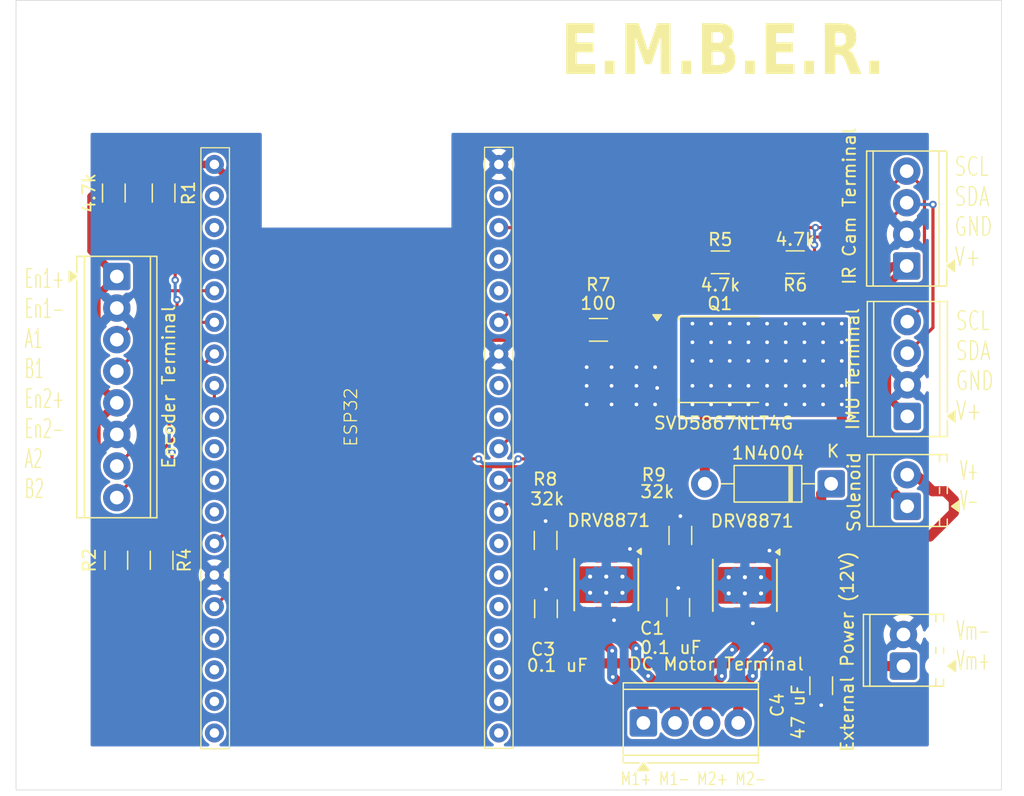
<source format=kicad_pcb>
(kicad_pcb (version 20241229) (generator "pcbnew") (generator_version "9.0")
  (layers (0 "F.Cu" signal) (2 "B.Cu" signal) (13 "F.Paste" user) (15 "B.Paste" user) (5 "F.SilkS" user "F.Silkscreen") (7 "B.SilkS" user "B.Silkscreen") (1 "F.Mask" user) (3 "B.Mask" user) (25 "Edge.Cuts" user))
  (net 0 "")
  (net 1 "+3V3")
  (net 2 "Net-(ESP32-GPIO32{slash}ADC4)")
  (net 6 "GND")
  (net 7 "/Vm")
  (net 14 "Net-(ESP32-GPI35{slash}ADC7)")
  (net 16 "Net-(ESP32-GPIO16{slash}RX2)")
  (net 17 "Net-(ESP32-GPIO21{slash}SDA)")
  (net 24 "Net-(ESP32-GPIO33{slash}ADC5)")
  (net 28 "Net-(ESP32-GPIO13)")
  (net 31 "Net-(ESP32-GPIO17{slash}TX2)")
  (net 32 "Net-(ESP32-GPIO22{slash}SCL)")
  (net 33 "Net-(ESP32-GPI34{slash}ADC6)")
  (net 34 "Net-(ESP32-GPIO12)")
  (net 35 "Net-(ESP32-GPIO5)")
  (net 38 "Net-(J4-Pin_3)")
  (net 39 "Net-(J4-Pin_4)")
  (net 40 "Net-(J4-Pin_2)")
  (net 41 "Net-(J4-Pin_1)")
  (net 42 "Net-(U2-ILIM)")
  (net 43 "Net-(U1-ILIM)")
  (net 44 "/Q_D")
  (net 45 "Net-(Q1-G)")
  (footprint "Resistor_SMD:R_1206_3216Metric_Pad1.30x1.75mm_HandSolder" (layer "F.Cu") (at 45.2 72.53 -90)
    (property "Reference" "R3" (hide yes))
    (property "Value" "~")
    (pad "1" smd roundrect (at -1.55 0 270) (size 1.3 1.75) (layers "F.Cu" "F.Mask" "F.Paste") (roundrect_rratio 0.192308) (net 2 "Net-(ESP32-GPIO32{slash}ADC4)"))
    (pad "2" smd roundrect (at 1.55 0 270) (size 1.3 1.75) (layers "F.Cu" "F.Mask" "F.Paste") (roundrect_rratio 0.192308) (net 1 "+3V3"))
  )
  (footprint "Resistor_SMD:R_1206_3216Metric_Pad1.30x1.75mm_HandSolder" (layer "F.Cu") (at 45 43 90)
    (property "Reference" "R2" (at -29.53 -1.97 270) (layer "F.SilkS"))
    (property "Value" "~")
    (pad "1" smd roundrect (at -1.55 0 90) (size 1.3 1.75) (layers "F.Cu" "F.Mask" "F.Paste") (roundrect_rratio 0.192308) (net 14 "Net-(ESP32-GPI35{slash}ADC7)"))
    (pad "2" smd roundrect (at 1.55 0 90) (size 1.3 1.75) (layers "F.Cu" "F.Mask" "F.Paste") (roundrect_rratio 0.192308) (net 1 "+3V3"))
  )
  (footprint "Capacitor_SMD:C_1206_3216Metric_Pad1.33x1.80mm_HandSolder" (layer "F.Cu") (at 90.36 76.3225 90)
    (property "Reference" "C1" (at -1.6775 -2.1 180) (layer "F.SilkS"))
    (property "Value" "0.1 uF" (at -3.2275 -0.6 180) (layer "F.SilkS"))
    (pad "1" smd roundrect (at -1.5625 0 90) (size 1.325 1.8) (layers "F.Cu" "F.Mask" "F.Paste") (roundrect_rratio 0.188679) (net 7 "/Vm"))
    (pad "2" smd roundrect (at 1.5625 0 90) (size 1.325 1.8) (layers "F.Cu" "F.Mask" "F.Paste") (roundrect_rratio 0.188679) (net 6 "GND"))
  )
  (footprint "Resistor_SMD:R_1206_3216Metric_Pad1.30x1.75mm_HandSolder" (layer "F.Cu") (at 79.7 70.93 -90)
    (property "Reference" "R8" (at -4.92 0.03 180) (layer "F.SilkS"))
    (property "Value" "32k" (at -3.33 -0.13 180) (layer "F.SilkS"))
    (pad "1" smd roundrect (at -1.55 0 270) (size 1.3 1.75) (layers "F.Cu" "F.Mask" "F.Paste") (roundrect_rratio 0.192308) (net 6 "GND"))
    (pad "2" smd roundrect (at 1.55 0 270) (size 1.3 1.75) (layers "F.Cu" "F.Mask" "F.Paste") (roundrect_rratio 0.192308) (net 43 "Net-(U1-ILIM)"))
  )
  (footprint "TerminalBlock_Phoenix:TerminalBlock_Phoenix_MPT-0,5-4-2.54_1x04_P2.54mm_Horizontal" (layer "F.Cu") (at 108.72 48.86 90)
    (property "Reference" "J2")
    (property "Value" "IR Cam Terminal" (at 4.8 -4.61 90) (layer "F.SilkS"))
    (pad "1" thru_hole roundrect (at 0 0 90) (size 2.2 2.2) (drill 1.1) (layers "*.Cu" "*.Mask") (roundrect_rratio 0.113636) (net 1 "+3V3"))
    (pad "2" thru_hole circle (at 2.54 0 90) (size 2.2 2.2) (drill 1.1) (layers "*.Cu" "*.Mask") (net 6 "GND"))
    (pad "3" thru_hole circle (at 5.08 0 90) (size 2.2 2.2) (drill 1.1) (layers "*.Cu" "*.Mask") (net 17 "Net-(ESP32-GPIO21{slash}SDA)"))
    (pad "4" thru_hole circle (at 7.62 0 90) (size 2.2 2.2) (drill 1.1) (layers "*.Cu" "*.Mask") (net 32 "Net-(ESP32-GPIO22{slash}SCL)"))
  )
  (footprint "Capacitor_SMD:C_1206_3216Metric_Pad1.33x1.80mm_HandSolder" (layer "F.Cu") (at 79.73 76.43 90)
    (property "Reference" "C3" (at -3.27 -0.23 180) (layer "F.SilkS"))
    (property "Value" "0.1 uF" (at -4.56 0.91 180) (layer "F.SilkS"))
    (pad "1" smd roundrect (at -1.5625 0 90) (size 1.325 1.8) (layers "F.Cu" "F.Mask" "F.Paste") (roundrect_rratio 0.188679) (net 7 "/Vm"))
    (pad "2" smd roundrect (at 1.5625 0 90) (size 1.325 1.8) (layers "F.Cu" "F.Mask" "F.Paste") (roundrect_rratio 0.188679) (net 6 "GND"))
  )
  (footprint "Resistor_SMD:R_1206_3216Metric_Pad1.30x1.75mm_HandSolder" (layer "F.Cu") (at 48.84 72.53 -90)
    (property "Reference" "R4" (at 0 -1.83 90) (layer "F.SilkS"))
    (property "Value" "4.7k")
    (pad "1" smd roundrect (at -1.55 0 270) (size 1.3 1.75) (layers "F.Cu" "F.Mask" "F.Paste") (roundrect_rratio 0.192308) (net 24 "Net-(ESP32-GPIO33{slash}ADC5)"))
    (pad "2" smd roundrect (at 1.55 0 270) (size 1.3 1.75) (layers "F.Cu" "F.Mask" "F.Paste") (roundrect_rratio 0.192308) (net 1 "+3V3"))
  )
  (footprint "MountingHole:MountingHole_2.7mm_M2.5" (layer "F.Cu") (at 41 87)
    (property "Reference" "H3" (hide yes))
    (property "Value" "MountingHole")
    (pad "" np_thru_hole circle (at 0 0) (size 2.7 2.7) (drill 2.7) (layers "*.Cu" "*.Mask"))
  )
  (footprint "Resistor_SMD:R_1206_3216Metric_Pad1.30x1.75mm_HandSolder" (layer "F.Cu") (at 90.53 70.5325 -90)
    (property "Reference" "R9" (at -4.8725 2.13 180) (layer "F.SilkS"))
    (property "Value" "32k" (at -3.5125 1.86 180) (layer "F.SilkS"))
    (pad "1" smd roundrect (at -1.55 0 270) (size 1.3 1.75) (layers "F.Cu" "F.Mask" "F.Paste") (roundrect_rratio 0.192308) (net 6 "GND"))
    (pad "2" smd roundrect (at 1.55 0 270) (size 1.3 1.75) (layers "F.Cu" "F.Mask" "F.Paste") (roundrect_rratio 0.192308) (net 42 "Net-(U2-ILIM)"))
  )
  (footprint "ME507F24:ESP32_NodeMCU_KeeYees" (layer "F.Cu") (at 64.51 61.018283)
    (property "Reference" "ESP32" (at -0.46 0 90) (layer "F.SilkS") (effects (font (thickness 0.1))))
    (property "Value" "~")
    (pad "1" thru_hole circle (at -11.43 -20.32) (size 1.524 1.524) (drill 0.762) (layers "*.Cu" "*.Mask") (net 1 "+3V3"))
    (pad "2" thru_hole circle (at -11.43 -17.78) (size 1.524 1.524) (drill 0.762) (layers "*.Cu" "*.Mask"))
    (pad "3" thru_hole circle (at -11.43 -15.24) (size 1.524 1.524) (drill 0.762) (layers "*.Cu" "*.Mask"))
    (pad "4" thru_hole circle (at -11.43 -12.7) (size 1.524 1.524) (drill 0.762) (layers "*.Cu" "*.Mask"))
    (pad "5" thru_hole circle (at -11.43 -10.16) (size 1.524 1.524) (drill 0.762) (layers "*.Cu" "*.Mask") (net 33 "Net-(ESP32-GPI34{slash}ADC6)"))
    (pad "6" thru_hole circle (at -11.43 -7.62) (size 1.524 1.524) (drill 0.762) (layers "*.Cu" "*.Mask") (net 14 "Net-(ESP32-GPI35{slash}ADC7)"))
    (pad "7" thru_hole circle (at -11.43 -5.08) (size 1.524 1.524) (drill 0.762) (layers "*.Cu" "*.Mask") (net 2 "Net-(ESP32-GPIO32{slash}ADC4)"))
    (pad "8" thru_hole circle (at -11.43 -2.54) (size 1.524 1.524) (drill 0.762) (layers "*.Cu" "*.Mask") (net 24 "Net-(ESP32-GPIO33{slash}ADC5)"))
    (pad "9" thru_hole circle (at -11.43 0) (size 1.524 1.524) (drill 0.762) (layers "*.Cu" "*.Mask"))
    (pad "10" thru_hole circle (at -11.43 2.54) (size 1.524 1.524) (drill 0.762) (layers "*.Cu" "*.Mask"))
    (pad "11" thru_hole circle (at -11.43 5.08) (size 1.524 1.524) (drill 0.762) (layers "*.Cu" "*.Mask"))
    (pad "12" thru_hole circle (at -11.43 7.62) (size 1.524 1.524) (drill 0.762) (layers "*.Cu" "*.Mask"))
    (pad "13" thru_hole circle (at -11.43 10.16) (size 1.524 1.524) (drill 0.762) (layers "*.Cu" "*.Mask") (net 34 "Net-(ESP32-GPIO12)"))
    (pad "14" thru_hole circle (at -11.43 12.7) (size 1.524 1.524) (drill 0.762) (layers "*.Cu" "*.Mask") (net 6 "GND"))
    (pad "15" thru_hole circle (at -11.43 15.24) (size 1.524 1.524) (drill 0.762) (layers "*.Cu" "*.Mask") (net 28 "Net-(ESP32-GPIO13)"))
    (pad "16" thru_hole circle (at -11.43 17.78) (size 1.524 1.524) (drill 0.762) (layers "*.Cu" "*.Mask"))
    (pad "17" thru_hole circle (at -11.43 20.32) (size 1.524 1.524) (drill 0.762) (layers "*.Cu" "*.Mask"))
    (pad "18" thru_hole circle (at -11.43 22.86) (size 1.524 1.524) (drill 0.762) (layers "*.Cu" "*.Mask"))
    (pad "19" thru_hole circle (at -11.43 25.4) (size 1.524 1.524) (drill 0.762) (layers "*.Cu" "*.Mask"))
    (pad "20" thru_hole circle (at 11.43 25.4) (size 1.524 1.524) (drill 0.762) (layers "*.Cu" "*.Mask"))
    (pad "21" thru_hole circle (at 11.43 22.86) (size 1.524 1.524) (drill 0.762) (layers "*.Cu" "*.Mask"))
    (pad "22" thru_hole circle (at 11.43 20.32) (size 1.524 1.524) (drill 0.762) (layers "*.Cu" "*.Mask"))
    (pad "23" thru_hole circle (at 11.43 17.78) (size 1.524 1.524) (drill 0.762) (layers "*.Cu" "*.Mask"))
    (pad "24" thru_hole circle (at 11.43 15.24) (size 1.524 1.524) (drill 0.762) (layers "*.Cu" "*.Mask"))
    (pad "25" thru_hole circle (at 11.43 12.7) (size 1.524 1.524) (drill 0.762) (layers "*.Cu" "*.Mask"))
    (pad "26" thru_hole circle (at 11.43 10.16) (size 1.524 1.524) (drill 0.762) (layers "*.Cu" "*.Mask"))
    (pad "27" thru_hole circle (at 11.43 7.62) (size 1.524 1.524) (drill 0.762) (layers "*.Cu" "*.Mask") (net 16 "Net-(ESP32-GPIO16{slash}RX2)"))
    (pad "28" thru_hole circle (at 11.43 5.08) (size 1.524 1.524) (drill 0.762) (layers "*.Cu" "*.Mask") (net 31 "Net-(ESP32-GPIO17{slash}TX2)"))
    (pad "29" thru_hole circle (at 11.43 2.54) (size 1.524 1.524) (drill 0.762) (layers "*.Cu" "*.Mask") (net 35 "Net-(ESP32-GPIO5)"))
    (pad "30" thru_hole circle (at 11.43 0) (size 1.524 1.524) (drill 0.762) (layers "*.Cu" "*.Mask"))
    (pad "31" thru_hole circle (at 11.43 -2.54) (size 1.524 1.524) (drill 0.762) (layers "*.Cu" "*.Mask"))
    (pad "32" thru_hole circle (at 11.43 -5.08) (size 1.524 1.524) (drill 0.762) (layers "*.Cu" "*.Mask") (net 6 "GND"))
    (pad "33" thru_hole circle (at 11.43 -7.62) (size 1.524 1.524) (drill 0.762) (layers "*.Cu" "*.Mask") (net 17 "Net-(ESP32-GPIO21{slash}SDA)"))
    (pad "34" thru_hole circle (at 11.43 -10.16) (size 1.524 1.524) (drill 0.762) (layers "*.Cu" "*.Mask"))
    (pad "35" thru_hole circle (at 11.43 -12.7) (size 1.524 1.524) (drill 0.762) (layers "*.Cu" "*.Mask"))
    (pad "36" thru_hole circle (at 11.43 -15.24) (size 1.524 1.524) (drill 0.762) (layers "*.Cu" "*.Mask") (net 32 "Net-(ESP32-GPIO22{slash}SCL)"))
    (pad "37" thru_hole circle (at 11.43 -17.78) (size 1.524 1.524) (drill 0.762) (layers "*.Cu" "*.Mask"))
    (pad "38" thru_hole circle (at 11.43 -20.32) (size 1.524 1.524) (drill 0.762) (layers "*.Cu" "*.Mask") (net 6 "GND"))
  )
  (footprint "MountingHole:MountingHole_2.7mm_M2.5" (layer "F.Cu") (at 113 31)
    (property "Reference" "H2" (hide yes))
    (property "Value" "MountingHole")
    (pad "" np_thru_hole circle (at 0 0) (size 2.7 2.7) (drill 2.7) (layers "*.Cu" "*.Mask"))
  )
  (footprint "Package_SO:Texas_HTSOP-8-1EP_3.9x4.9mm_P1.27mm_EP2.95x4.9mm_Mask2.4x3.1mm_ThermalVias" (layer "F.Cu") (at 95.715 74.545 -90)
    (property "Reference" "U2")
    (property "Value" "DRV8871" (at -5.165 -0.585 180) (layer "F.SilkS"))
    (pad "1" smd rect (at -2.875 -1.905 270) (size 2.2 0.5) (layers "F.Cu" "F.Mask" "F.Paste") (net 6 "GND"))
    (pad "2" smd rect (at -2.875 -0.635 270) (size 2.2 0.5) (layers "F.Cu" "F.Mask" "F.Paste") (net 34 "Net-(ESP32-GPIO12)"))
    (pad "3" smd rect (at -2.875 0.635 270) (size 2.2 0.5) (layers "F.Cu" "F.Mask" "F.Paste") (net 28 "Net-(ESP32-GPIO13)"))
    (pad "4" smd rect (at -2.875 1.905 270) (size 2.2 0.5) (layers "F.Cu" "F.Mask" "F.Paste") (net 42 "Net-(U2-ILIM)"))
    (pad "5" smd rect (at 2.875 1.905 270) (size 2.2 0.5) (layers "F.Cu" "F.Mask" "F.Paste") (net 7 "/Vm"))
    (pad "6" smd rect (at 2.875 0.635 270) (size 2.2 0.5) (layers "F.Cu" "F.Mask" "F.Paste") (net 38 "Net-(J4-Pin_3)"))
    (pad "7" smd rect (at 2.875 -0.635 270) (size 2.2 0.5) (layers "F.Cu" "F.Mask" "F.Paste") (net 6 "GND"))
    (pad "8" smd rect (at 2.875 -1.905 270) (size 2.2 0.5) (layers "F.Cu" "F.Mask" "F.Paste") (net 39 "Net-(J4-Pin_4)"))
    (pad "9" thru_hole circle (at -0.65 -1.3 270) (size 0.63 0.63) (drill 0.33) (layers "*.Cu" "*.Mask") (net 6 "GND"))
    (pad "9" thru_hole circle (at -0.65 0 270) (size 0.63 0.63) (drill 0.33) (layers "*.Cu" "*.Mask") (net 6 "GND"))
    (pad "9" thru_hole circle (at -0.65 1.3 270) (size 0.63 0.63) (drill 0.33) (layers "*.Cu" "*.Mask") (net 6 "GND"))
    (pad "9" smd rect (at 0 0 270) (size 2.6 3.3) (layers "B.Cu") (net 6 "GND"))
    (pad "9" smd rect (at 0 0 270) (size 2.95 4.9) (layers "F.Cu") (net 6 "GND"))
    (pad "9" thru_hole circle (at 0.65 -1.3 270) (size 0.63 0.63) (drill 0.33) (layers "*.Cu" "*.Mask") (net 6 "GND"))
    (pad "9" thru_hole circle (at 0.65 0 270) (size 0.63 0.63) (drill 0.33) (layers "*.Cu" "*.Mask") (net 6 "GND"))
    (pad "9" thru_hole circle (at 0.65 1.3 270) (size 0.63 0.63) (drill 0.33) (layers "*.Cu" "*.Mask") (net 6 "GND"))
  )
  (footprint "Capacitor_SMD:C_1206_3216Metric_Pad1.33x1.80mm_HandSolder" (layer "F.Cu") (at 101.85 82.62 -90)
    (property "Reference" "C4" (at 1.55 3.53 90) (layer "F.SilkS"))
    (property "Value" "47 uF" (at 2.12 1.85 90) (layer "F.SilkS"))
    (pad "1" smd roundrect (at -1.5625 0 270) (size 1.325 1.8) (layers "F.Cu" "F.Mask" "F.Paste") (roundrect_rratio 0.188679) (net 7 "/Vm"))
    (pad "2" smd roundrect (at 1.5625 0 270) (size 1.325 1.8) (layers "F.Cu" "F.Mask" "F.Paste") (roundrect_rratio 0.188679) (net 6 "GND"))
  )
  (footprint "TerminalBlock_Phoenix:TerminalBlock_Phoenix_MPT-0,5-4-2.54_1x04_P2.54mm_Horizontal" (layer "F.Cu") (at 87.56 85.61)
    (property "Reference" "J4")
    (property "Value" "DC Motor Terminal" (at 5.87 -4.73 0) (layer "F.SilkS"))
    (pad "1" thru_hole roundrect (at 0 0) (size 2.2 2.2) (drill 1.1) (layers "*.Cu" "*.Mask") (roundrect_rratio 0.113636) (net 41 "Net-(J4-Pin_1)"))
    (pad "2" thru_hole circle (at 2.54 0) (size 2.2 2.2) (drill 1.1) (layers "*.Cu" "*.Mask") (net 40 "Net-(J4-Pin_2)"))
    (pad "3" thru_hole circle (at 5.08 0) (size 2.2 2.2) (drill 1.1) (layers "*.Cu" "*.Mask") (net 38 "Net-(J4-Pin_3)"))
    (pad "4" thru_hole circle (at 7.62 0) (size 2.2 2.2) (drill 1.1) (layers "*.Cu" "*.Mask") (net 39 "Net-(J4-Pin_4)"))
  )
  (footprint "Resistor_SMD:R_1206_3216Metric_Pad1.30x1.75mm_HandSolder" (layer "F.Cu") (at 99.76 48.56 180)
    (property "Reference" "R6" (at 0 -1.83 0) (layer "F.SilkS"))
    (property "Value" "4.7k" (at 0 1.83 0) (layer "F.SilkS"))
    (pad "1" smd roundrect (at -1.55 0 180) (size 1.3 1.75) (layers "F.Cu" "F.Mask" "F.Paste") (roundrect_rratio 0.192308) (net 32 "Net-(ESP32-GPIO22{slash}SCL)"))
    (pad "2" smd roundrect (at 1.55 0 180) (size 1.3 1.75) (layers "F.Cu" "F.Mask" "F.Paste") (roundrect_rratio 0.192308) (net 1 "+3V3"))
  )
  (footprint "TerminalBlock_Phoenix:TerminalBlock_Phoenix_MPT-0,5-2-2.54_1x02_P2.54mm_Horizontal" (layer "F.Cu") (at 108.76 68.19 90)
    (property "Reference" "J1")
    (property "Value" "Solenoid" (at 1.14 -4.28 90) (layer "F.SilkS"))
    (pad "" np_thru_hole circle (at 0 2.54 90) (size 1.1 1.1) (drill 1.1) (layers "*.Cu" "*.Mask"))
    (pad "" np_thru_hole circle (at 2.54 2.54 90) (size 1.1 1.1) (drill 1.1) (layers "*.Cu" "*.Mask"))
    (pad "1" thru_hole roundrect (at 0 0 90) (size 2.2 2.2) (drill 1.1) (layers "*.Cu" "*.Mask") (roundrect_rratio 0.113636) (net 44 "/Q_D"))
    (pad "2" thru_hole circle (at 2.54 0 90) (size 2.2 2.2) (drill 1.1) (layers "*.Cu" "*.Mask") (net 7 "/Vm"))
  )
  (footprint "Package_TO_SOT_SMD:TO-252-2" (layer "F.Cu") (at 93.705 56.395)
    (property "Reference" "Q1" (at 0 -4.5 0) (layer "F.SilkS"))
    (property "Value" "SVD5867NLT4G" (at 0.295 5.105 0) (layer "F.SilkS"))
    (pad "1" smd roundrect (at -5.04 -2.28) (size 2.2 1.2) (layers "F.Cu" "F.Mask" "F.Paste") (roundrect_rratio 0.208333) (net 45 "Net-(Q1-G)"))
    (pad "2" smd roundrect (at 1.26 0) (size 6.4 5.8) (layers "F.Cu" "F.Mask") (roundrect_rratio 0.043103) (net 44 "/Q_D"))
    (pad "3" smd roundrect (at -5.04 2.28) (size 2.2 1.2) (layers "F.Cu" "F.Mask" "F.Paste") (roundrect_rratio 0.208333) (net 6 "GND"))
  )
  (footprint "MountingHole:MountingHole_2.7mm_M2.5" (layer "F.Cu") (at 113 87)
    (property "Reference" "H4")
    (property "Value" "MountingHole")
    (pad "" np_thru_hole circle (at 0 0) (size 2.7 2.7) (drill 2.7) (layers "*.Cu" "*.Mask"))
  )
  (footprint "Resistor_SMD:R_1206_3216Metric_Pad1.30x1.75mm_HandSolder" (layer "F.Cu") (at 83.95 54)
    (property "Reference" "R7" (at -0.02 -3.63 0) (layer "F.SilkS"))
    (property "Value" "100" (at -0.02 -2.13 0) (layer "F.SilkS"))
    (pad "1" smd roundrect (at -1.55 0) (size 1.3 1.75) (layers "F.Cu" "F.Mask" "F.Paste") (roundrect_rratio 0.192308) (net 35 "Net-(ESP32-GPIO5)"))
    (pad "2" smd roundrect (at 1.55 0) (size 1.3 1.75) (layers "F.Cu" "F.Mask" "F.Paste") (roundrect_rratio 0.192308) (net 45 "Net-(Q1-G)"))
  )
  (footprint "Resistor_SMD:R_1206_3216Metric_Pad1.30x1.75mm_HandSolder" (layer "F.Cu") (at 49 43 90)
    (property "Reference" "R1" (at 0 2 90) (layer "F.SilkS"))
    (property "Value" "~")
    (pad "1" smd roundrect (at -1.55 0 90) (size 1.3 1.75) (layers "F.Cu" "F.Mask" "F.Paste") (roundrect_rratio 0.192308) (net 33 "Net-(ESP32-GPI34{slash}ADC6)"))
    (pad "2" smd roundrect (at 1.55 0 90) (size 1.3 1.75) (layers "F.Cu" "F.Mask" "F.Paste") (roundrect_rratio 0.192308) (net 1 "+3V3"))
  )
  (footprint "Diode_THT:D_DO-41_SOD81_P10.16mm_Horizontal" (layer "F.Cu") (at 102.65 66.38 180)
    (property "Reference" "D1")
    (property "Value" "1N4004" (at 5.08 2.47 0) (layer "F.SilkS"))
    (fp_text user "K" (at -0.15 2.62 0) (layer "F.SilkS"))
    (pad "1" thru_hole roundrect (at 0 0 180) (size 2.2 2.2) (drill 1.1) (layers "*.Cu" "*.Mask") (roundrect_rratio 0.113636) (net 7 "/Vm"))
    (pad "2" thru_hole circle (at 10.16 0 180) (size 2.2 2.2) (drill 1.1) (layers "*.Cu" "*.Mask") (net 44 "/Q_D"))
  )
  (footprint "MountingHole:MountingHole_2.7mm_M2.5" (layer "F.Cu") (at 41 31)
    (property "Reference" "H1" (hide yes))
    (property "Value" "MountingHole")
    (pad "" np_thru_hole circle (at 0 0) (size 2.7 2.7) (drill 2.7) (layers "*.Cu" "*.Mask"))
  )
  (footprint "TerminalBlock_Phoenix:TerminalBlock_Phoenix_MPT-0,5-2-2.54_1x02_P2.54mm_Horizontal" (layer "F.Cu") (at 108.46 81.04 90)
    (property "Reference" "J3")
    (property "Value" "External Power (12V)" (at 1.16 -4.51 90) (layer "F.SilkS"))
    (pad "" np_thru_hole circle (at 0 2.54 90) (size 1.1 1.1) (drill 1.1) (layers "*.Cu" "*.Mask"))
    (pad "" np_thru_hole circle (at 2.54 2.54 90) (size 1.1 1.1) (drill 1.1) (layers "*.Cu" "*.Mask"))
    (pad "1" thru_hole roundrect (at 0 0 90) (size 2.2 2.2) (drill 1.1) (layers "*.Cu" "*.Mask") (roundrect_rratio 0.113636) (net 7 "/Vm"))
    (pad "2" thru_hole circle (at 2.54 0 90) (size 2.2 2.2) (drill 1.1) (layers "*.Cu" "*.Mask") (net 6 "GND"))
  )
  (footprint "Resistor_SMD:R_1206_3216Metric_Pad1.30x1.75mm_HandSolder" (layer "F.Cu") (at 93.74 48.57)
    (property "Reference" "R5" (at 0 -1.83 0) (layer "F.SilkS"))
    (property "Value" "4.7k" (at 0 1.83 0) (layer "F.SilkS"))
    (pad "1" smd roundrect (at -1.55 0) (size 1.3 1.75) (layers "F.Cu" "F.Mask" "F.Paste") (roundrect_rratio 0.192308) (net 17 "Net-(ESP32-GPIO21{slash}SDA)"))
    (pad "2" smd roundrect (at 1.55 0) (size 1.3 1.75) (layers "F.Cu" "F.Mask" "F.Paste") (roundrect_rratio 0.192308) (net 1 "+3V3"))
  )
  (footprint "Package_SO:Texas_HTSOP-8-1EP_3.9x4.9mm_P1.27mm_EP2.95x4.9mm_Mask2.4x3.1mm_ThermalVias" (layer "F.Cu") (at 84.575 74.495 -90)
    (property "Reference" "U1")
    (property "Value" "DRV8871" (at -5.165 -0.195 180) (layer "F.SilkS"))
    (pad "1" smd rect (at -2.875 -1.905 270) (size 2.2 0.5) (layers "F.Cu" "F.Mask" "F.Paste") (net 6 "GND"))
    (pad "2" smd rect (at -2.875 -0.635 270) (size 2.2 0.5) (layers "F.Cu" "F.Mask" "F.Paste") (net 31 "Net-(ESP32-GPIO17{slash}TX2)"))
    (pad "3" smd rect (at -2.875 0.635 270) (size 2.2 0.5) (layers "F.Cu" "F.Mask" "F.Paste") (net 16 "Net-(ESP32-GPIO16{slash}RX2)"))
    (pad "4" smd rect (at -2.875 1.905 270) (size 2.2 0.5) (layers "F.Cu" "F.Mask" "F.Paste") (net 43 "Net-(U1-ILIM)"))
    (pad "5" smd rect (at 2.875 1.905 270) (size 2.2 0.5) (layers "F.Cu" "F.Mask" "F.Paste") (net 7 "/Vm"))
    (pad "6" smd rect (at 2.875 0.635 270) (size 2.2 0.5) (layers "F.Cu" "F.Mask" "F.Paste") (net 41 "Net-(J4-Pin_1)"))
    (pad "7" smd rect (at 2.875 -0.635 270) (size 2.2 0.5) (layers "F.Cu" "F.Mask" "F.Paste") (net 6 "GND"))
    (pad "8" smd rect (at 2.875 -1.905 270) (size 2.2 0.5) (layers "F.Cu" "F.Mask" "F.Paste") (net 40 "Net-(J4-Pin_2)"))
    (pad "9" thru_hole circle (at -0.65 -1.3 270) (size 0.63 0.63) (drill 0.33) (layers "*.Cu" "*.Mask") (net 6 "GND"))
    (pad "9" thru_hole circle (at -0.65 0 270) (size 0.63 0.63) (drill 0.33) (layers "*.Cu" "*.Mask") (net 6 "GND"))
    (pad "9" thru_hole circle (at -0.65 1.3 270) (size 0.63 0.63) (drill 0.33) (layers "*.Cu" "*.Mask") (net 6 "GND"))
    (pad "9" smd rect (at 0 0 270) (size 2.6 3.3) (layers "B.Cu") (net 6 "GND"))
    (pad "9" smd rect (at 0 0 270) (size 2.95 4.9) (layers "F.Cu") (net 6 "GND"))
    (pad "9" thru_hole circle (at 0.65 -1.3 270) (size 0.63 0.63) (drill 0.33) (layers "*.Cu" "*.Mask") (net 6 "GND"))
    (pad "9" thru_hole circle (at 0.65 0 270) (size 0.63 0.63) (drill 0.33) (layers "*.Cu" "*.Mask") (net 6 "GND"))
    (pad "9" thru_hole circle (at 0.65 1.3 270) (size 0.63 0.63) (drill 0.33) (layers "*.Cu" "*.Mask") (net 6 "GND"))
  )
  (footprint "TerminalBlock_Phoenix:TerminalBlock_Phoenix_MPT-0,5-4-2.54_1x04_P2.54mm_Horizontal" (layer "F.Cu") (at 108.77 60.96 90)
    (property "Reference" "J6")
    (property "Value" "IMU Terminal" (at 3.81 -4.38 90) (layer "F.SilkS"))
    (pad "1" thru_hole roundrect (at 0 0 90) (size 2.2 2.2) (drill 1.1) (layers "*.Cu" "*.Mask") (roundrect_rratio 0.113636) (net 1 "+3V3"))
    (pad "2" thru_hole circle (at 2.54 0 90) (size 2.2 2.2) (drill 1.1) (layers "*.Cu" "*.Mask") (net 6 "GND"))
    (pad "3" thru_hole circle (at 5.08 0 90) (size 2.2 2.2) (drill 1.1) (layers "*.Cu" "*.Mask") (net 17 "Net-(ESP32-GPIO21{slash}SDA)"))
    (pad "4" thru_hole circle (at 7.62 0 90) (size 2.2 2.2) (drill 1.1) (layers "*.Cu" "*.Mask") (net 32 "Net-(ESP32-GPIO22{slash}SCL)"))
  )
  (footprint "TerminalBlock_Phoenix:TerminalBlock_Phoenix_MPT-0,5-8-2.54_1x08_P2.54mm_Horizontal" (layer "F.Cu") (at 45.24 49.71 -90)
    (property "Reference" "J5")
    (property "Value" "Encoder Terminal" (at 8.89 -4.17 90) (layer "F.SilkS"))
    (pad "1" thru_hole roundrect (at 0 0 270) (size 2.2 2.2) (drill 1.1) (layers "*.Cu" "*.Mask") (roundrect_rratio 0.113636) (net 1 "+3V3"))
    (pad "2" thru_hole circle (at 2.54 0 270) (size 2.2 2.2) (drill 1.1) (layers "*.Cu" "*.Mask") (net 6 "GND"))
    (pad "3" thru_hole circle (at 5.08 0 270) (size 2.2 2.2) (drill 1.1) (layers "*.Cu" "*.Mask") (net 33 "Net-(ESP32-GPI34{slash}ADC6)"))
    (pad "4" thru_hole circle (at 7.62 0 270) (size 2.2 2.2) (drill 1.1) (layers "*.Cu" "*.Mask") (net 14 "Net-(ESP32-GPI35{slash}ADC7)"))
    (pad "5" thru_hole circle (at 10.16 0 270) (size 2.2 2.2) (drill 1.1) (layers "*.Cu" "*.Mask") (net 1 "+3V3"))
    (pad "6" thru_hole circle (at 12.7 0 270) (size 2.2 2.2) (drill 1.1) (layers "*.Cu" "*.Mask") (net 6 "GND"))
    (pad "7" thru_hole circle (at 15.24 0 270) (size 2.2 2.2) (drill 1.1) (layers "*.Cu" "*.Mask") (net 2 "Net-(ESP32-GPIO32{slash}ADC4)"))
    (pad "8" thru_hole circle (at 17.78 0 270) (size 2.2 2.2) (drill 1.1) (layers "*.Cu" "*.Mask") (net 24 "Net-(ESP32-GPIO33{slash}ADC5)"))
  )
  (gr_rect (start 37.14 27.5) (end 116.34 91) (stroke (width 0.05)) (fill no) (layer "Edge.Cuts"))
  (gr_text "E.M.B.E.R." (at 80.94 34.1 0) (layer "F.SilkS") (effects (font (size 4 3.2) (thickness 0.1)) (justify left bottom)))
  (gr_text "4.7k" (at 43 43 90) (layer "F.SilkS") (effects (font (size 1 1))))
  (gr_text "Vm-\nVm+\n" (at 112.64 81.48 0) (layer "F.SilkS") (effects (font (size 1.5 0.8) (thickness 0.1)) (justify left bottom)))
  (gr_text "SCL\nSDA\nGND\nV+" (at 112.6 61.4 0) (layer "F.SilkS") (effects (font (size 1.5 1) (thickness 0.1)) (justify left bottom)))
  (gr_text "M1+ M1- M2+ M2-" (at 85.66 90.69 0) (layer "F.SilkS") (effects (font (size 1 0.75) (thickness 0.1)) (justify left bottom)))
  (gr_text "V+\nV-\n" (at 112.94 68.63 0) (layer "F.SilkS") (effects (font (size 1.5 0.7) (thickness 0.1)) (justify left bottom)))
  (gr_text "En1+\nEn1-\nA1\nB1\nEn2+\nEn2-\nA2\nB2" (at 37.76 67.67 0) (layer "F.SilkS") (effects (font (size 1.5 0.8) (thickness 0.1)) (justify left bottom)))
  (gr_text "SCL\nSDA\nGND\nV+" (at 112.5 49 0) (layer "F.SilkS") (effects (font (size 1.5 1) (thickness 0.1)) (justify left bottom)))
  (segment (start 78.333917 54.666083) (end 81.24 51.76) (width 0.6096) (layer "F.Cu") (net 1))
  (segment (start 43.6342 72.5142) (end 45.2 74.08) (width 0.6096) (layer "F.Cu") (net 1))
  (segment (start 97.2 49.57) (end 96.98 49.57) (width 0.6096) (layer "F.Cu") (net 1))
  (segment (start 48.84 74.08) (end 45.2 74.08) (width 0.6096) (layer "F.Cu") (net 1))
  (segment (start 43.6342 61.4758) (end 43.6342 72.5142) (width 0.6096) (layer "F.Cu") (net 1))
  (segment (start 97.2 49.57) (end 98.21 48.56) (width 0.6096) (layer "F.Cu") (net 1))
  (segment (start 104.69 51.76) (end 107.59 48.86) (width 0.6096) (layer "F.Cu") (net 1))
  (segment (start 97.2 51.76) (end 97.2 49.57) (width 0.6096) (layer "F.Cu") (net 1))
  (segment (start 43.6342 58.2642) (end 45.24 59.87) (width 0.6096) (layer "F.Cu") (net 1))
  (segment (start 55.5 43.118283) (end 55.5 45.160376) (width 0.6096) (layer "F.Cu") (net 1))
  (segment (start 107.59 48.86) (end 108.72 48.86) (width 0.6096) (layer "F.Cu") (net 1))
  (segment (start 81.24 51.76) (end 97.2 51.76) (width 0.6096) (layer "F.Cu") (net 1))
  (segment (start 107.1642 50.4158) (end 107.1642 59.3542) (width 0.6096) (layer "F.Cu") (net 1))
  (segment (start 53.08 40.698283) (end 49.751717 40.698283) (width 0.6096) (layer "F.Cu") (net 1))
  (segment (start 53.08 40.698283) (end 55.5 43.118283) (width 0.6096) (layer "F.Cu") (net 1))
  (segment (start 45.24 59.87) (end 43.6342 61.4758) (width 0.6096) (layer "F.Cu") (net 1))
  (segment (start 95.98 48.57) (end 95.29 48.57) (width 0.6096) (layer "F.Cu") (net 1))
  (segment (start 55.5 45.160376) (end 65.005707 54.666083) (width 0.6096) (layer "F.Cu") (net 1))
  (segment (start 96.98 49.57) (end 95.98 48.57) (width 0.6096) (layer "F.Cu") (net 1))
  (segment (start 65.005707 54.666083) (end 78.333917 54.666083) (width 0.6096) (layer "F.Cu") (net 1))
  (segment (start 97.2 51.76) (end 104.69 51.76) (width 0.6096) (layer "F.Cu") (net 1))
  (segment (start 49 41.45) (end 45 41.45) (width 0.6096) (layer "F.Cu") (net 1))
  (segment (start 43.17 43.28) (end 43.17 47.64) (width 0.6096) (layer "F.Cu") (net 1))
  (segment (start 49.751717 40.698283) (end 49 41.45) (width 0.6096) (layer "F.Cu") (net 1))
  (segment (start 45 41.45) (end 43.17 43.28) (width 0.6096) (layer "F.Cu") (net 1))
  (segment (start 43.17 47.64) (end 45.24 49.71) (width 0.6096) (layer "F.Cu") (net 1))
  (segment (start 45.24 49.71) (end 43.6342 51.3158) (width 0.6096) (layer "F.Cu") (net 1))
  (segment (start 43.6342 51.3158) (end 43.6342 58.2642) (width 0.6096) (layer "F.Cu") (net 1))
  (segment (start 107.1642 59.3542) (end 108.77 60.96) (width 0.6096) (layer "F.Cu") (net 1))
  (segment (start 108.72 48.86) (end 107.1642 50.4158) (width 0.6096) (layer "F.Cu") (net 1))
  (segment (start 51.88 57.138283) (end 53.08 55.938283) (width 0.254) (layer "F.Cu") (net 2))
  (segment (start 45.24 64.95) (end 49.45 60.74) (width 0.254) (layer "F.Cu") (net 2))
  (segment (start 49.45 60.74) (end 49.45 62.09) (width 0.254) (layer "F.Cu") (net 2))
  (segment (start 51.88 58.31) (end 51.88 57.138283) (width 0.254) (layer "F.Cu") (net 2))
  (segment (start 49.675129 66.504871) (end 49.675129 63.85) (width 0.254) (layer "F.Cu") (net 2))
  (segment (start 45.2 70.98) (end 49.675129 66.504871) (width 0.254) (layer "F.Cu") (net 2))
  (segment (start 49.45 60.74) (end 51.88 58.31) (width 0.254) (layer "F.Cu") (net 2))
  (via (at 49.675129 63.85) (size 0.6) (drill 0.3) (layers "F.Cu" "B.Cu") (net 2))
  (via (at 49.45 62.09) (size 0.6) (drill 0.3) (layers "F.Cu" "B.Cu") (net 2))
  (segment (start 49.45 63.624871) (end 49.675129 63.85) (width 0.254) (layer "B.Cu") (net 2))
  (segment (start 49.45 62.09) (end 49.45 63.624871) (width 0.254) (layer "B.Cu") (net 2))
  (via (at 83 60) (size 0.6) (drill 0.3) (layers "F.Cu" "B.Cu") (net 6))
  (via (at 88.5 57) (size 0.6) (drill 0.3) (layers "F.Cu" "B.Cu") (net 6))
  (via (at 79.73 74.8675) (size 0.6) (drill 0.3) (layers "F.Cu" "B.Cu") (net 6))
  (via (at 85 57) (size 0.6) (drill 0.3) (layers "F.Cu" "B.Cu") (net 6))
  (via (at 87 60) (size 0.6) (drill 0.3) (layers "F.Cu" "B.Cu") (net 6))
  (via (at 85 58.5) (size 0.6) (drill 0.3) (layers "F.Cu" "B.Cu") (net 6))
  (via (at 83 57) (size 0.6) (drill 0.3) (layers "F.Cu" "B.Cu") (net 6))
  (via (at 86.48 71.62) (size 0.6) (drill 0.3) (layers "F.Cu" "B.Cu") (net 6))
  (via (at 88.5 60) (size 0.6) (drill 0.3) (layers "F.Cu" "B.Cu") (net 6))
  (via (at 90.53 68.9825) (size 0.6) (drill 0.3) (layers "F.Cu" "B.Cu") (net 6))
  (via (at 85 60) (size 0.6) (drill 0.3) (layers "F.Cu" "B.Cu") (net 6))
  (via (at 88.665 58.675) (size 0.6) (drill 0.3) (layers "F.Cu" "B.Cu") (net 6))
  (via (at 97.69 71.75) (size 0.6) (drill 0.3) (layers "F.Cu" "B.Cu") (net 6))
  (via (at 79.7 69.38) (size 0.6) (drill 0.3) (layers "F.Cu" "B.Cu") (net 6))
  (via (at 87 58.5) (size 0.6) (drill 0.3) (layers "F.Cu" "B.Cu") (net 6))
  (via (at 83 58.5) (size 0.6) (drill 0.3) (layers "F.Cu" "B.Cu") (net 6))
  (via (at 96.36 77.6) (size 0.6) (drill 0.3) (layers "F.Cu" "B.Cu") (net 6))
  (via (at 90.36 74.76) (size 0.6) (drill 0.3) (layers "F.Cu" "B.Cu") (net 6))
  (via (at 101.85 84.1825) (size 0.6) (drill 0.3) (layers "F.Cu" "B.Cu") (net 6))
  (via (at 87 57) (size 0.6) (drill 0.3) (layers "F.Cu" "B.Cu") (net 6))
  (via (at 85.2 77.35) (size 0.6) (drill 0.3) (layers "F.Cu" "B.Cu") (net 6))
  (segment (start 101.85 81.0575) (end 99.8275 81.0575) (width 0.8128) (layer "F.Cu") (net 7))
  (segment (start 110.577521 70.62) (end 101.85 70.62) (width 0.8128) (layer "F.Cu") (net 7))
  (segment (start 82.67 79.2828) (end 82.67 77.37) (width 0.8128) (layer "F.Cu") (net 7))
  (segment (start 110.799879 66.9826) (end 111.800121 66.9826) (width 0.8128) (layer "F.Cu") (net 7))
  (segment (start 101.85 67.18) (end 102.65 66.38) (width 0.8128) (layer "F.Cu") (net 7))
  (segment (start 108.76 65.65) (end 109.467279 65.65) (width 0.8128) (layer "F.Cu") (net 7))
  (segment (start 101.8675 81.04) (end 101.85 81.0575) (width 0.8128) (layer "F.Cu") (net 7))
  (segment (start 101.85 70.62) (end 101.85 67.18) (width 0.8128) (layer "F.Cu") (net 7))
  (segment (start 109.467279 65.65) (end 110.799879 66.9826) (width 0.8128) (layer "F.Cu") (net 7))
  (segment (start 79.73 77.9925) (end 82.0475 77.9925) (width 0.8128) (layer "F.Cu") (net 7))
  (segment (start 99.8275 81.0575) (end 99.59 80.82) (width 0.8128) (layer "F.Cu") (net 7))
  (segment (start 90.38 80.82) (end 84.2072 80.82) (width 0.8128) (layer "F.Cu") (net 7))
  (segment (start 90.825 77.42) (end 90.36 77.885) (width 0.8128) (layer "F.Cu") (net 7))
  (segment (start 112.5074 68.690121) (end 110.577521 70.62) (width 0.8128) (layer "F.Cu") (net 7))
  (segment (start 93.81 77.42) (end 90.825 77.42) (width 0.8128) (layer "F.Cu") (net 7))
  (segment (start 111.800121 66.9826) (end 112.5074 67.689879) (width 0.8128) (layer "F.Cu") (net 7))
  (segment (start 90.36 77.885) (end 90.36 80.8) (width 0.8128) (layer "F.Cu") (net 7))
  (segment (start 90.36 80.8) (end 90.38 80.82) (width 0.8128) (layer "F.Cu") (net 7))
  (segment (start 108.46 81.04) (end 101.8675 81.04) (width 0.8128) (layer "F.Cu") (net 7))
  (segment (start 99.59 80.82) (end 90.38 80.82) (width 0.8128) (layer "F.Cu") (net 7))
  (segment (start 82.0475 77.9925) (end 82.67 77.37) (width 0.8128) (layer "F.Cu") (net 7))
  (segment (start 84.2072 80.82) (end 82.67 79.2828) (width 0.8128) (layer "F.Cu") (net 7))
  (segment (start 101.85 81.0575) (end 101.85 70.62) (width 0.8128) (layer "F.Cu") (net 7))
  (segment (start 112.5074 67.689879) (end 112.5074 68.690121) (width 0.8128) (layer "F.Cu") (net 7))
  (segment (start 50.08 53.398283) (end 53.08 53.398283) (width 0.254) (layer "F.Cu") (net 14))
  (segment (start 45 44.55) (end 46.32 44.55) (width 0.254) (layer "F.Cu") (net 14))
  (segment (start 50.08 53.398283) (end 50.08 51.58) (width 0.254) (layer "F.Cu") (net 14))
  (segment (start 46.32 44.55) (end 49.73 47.96) (width 0.254) (layer "F.Cu") (net 14))
  (segment (start 49.73 47.96) (end 49.93 48.16) (width 0.254) (layer "F.Cu") (net 14))
  (segment (start 49.171717 53.398283) (end 50.08 53.398283) (width 0.254) (layer "F.Cu") (net 14))
  (segment (start 49.93 48.16) (end 49.93 50) (width 0.254) (layer "F.Cu") (net 14))
  (segment (start 45.24 57.33) (end 49.171717 53.398283) (width 0.254) (layer "F.Cu") (net 14))
  (via (at 49.93 50) (size 0.6) (drill 0.3) (layers "F.Cu" "B.Cu") (net 14))
  (via (at 50.08 51.58) (size 0.6) (drill 0.3) (layers "F.Cu" "B.Cu") (net 14))
  (segment (start 49.93 51.43) (end 50.08 51.58) (width 0.254) (layer "B.Cu") (net 14))
  (segment (start 49.93 50) (end 49.93 51.43) (width 0.254) (layer "B.Cu") (net 14))
  (segment (start 81.046284 67.876284) (end 83.94 70.77) (width 0.254) (layer "F.Cu") (net 16))
  (segment (start 83.94 70.77) (end 83.94 71.62) (width 0.254) (layer "F.Cu") (net 16))
  (segment (start 76.701999 67.876284) (end 81.046284 67.876284) (width 0.254) (layer "F.Cu") (net 16))
  (segment (start 75.94 68.638283) (end 76.701999 67.876284) (width 0.254) (layer "F.Cu") (net 16))
  (segment (start 92.01 46.54) (end 93.09 46.54) (width 0.254) (layer "F.Cu") (net 17))
  (segment (start 92.19 46.55) (end 92.19 48.57) (width 0.254) (layer "F.Cu") (net 17))
  (segment (start 110.83 43.92) (end 110.83 43.91) (width 0.254) (layer "F.Cu") (net 17))
  (segment (start 93.09 46.54) (end 105.96 46.54) (width 0.254) (layer "F.Cu") (net 17))
  (segment (start 75.94 53.398283) (end 82.798283 46.54) (width 0.254) (layer "F.Cu") (net 17))
  (segment (start 82.798283 46.54) (end 92.01 46.54) (width 0.254) (layer "F.Cu") (net 17))
  (segment (start 105.96 46.54) (end 108.72 43.78) (width 0.254) (layer "F.Cu") (net 17))
  (segment (start 108.77 55.88) (end 110.83 53.82) (width 0.254) (layer "F.Cu") (net 17))
  (segment (start 110.83 53.82) (end 110.83 43.92) (width 0.254) (layer "F.Cu") (net 17))
  (via (at 110.83 43.92) (size 0.6) (drill 0.3) (layers "F.Cu" "B.Cu") (net 17))
  (segment (start 110.83 43.92) (end 108.86 43.92) (width 0.254) (layer "B.Cu") (net 17))
  (segment (start 108.86 43.92) (end 108.72 43.78) (width 0.254) (layer "B.Cu") (net 17))
  (segment (start 45.24 67.49) (end 45.24 67.31679) (width 0.254) (layer "F.Cu") (net 24))
  (segment (start 48.84 63.71679) (end 53.08 59.47679) (width 0.254) (layer "F.Cu") (net 24))
  (segment (start 48.84 70.98) (end 51.25 68.57) (width 0.254) (layer "F.Cu") (net 24))
  (segment (start 53.08 59.47679) (end 53.08 58.478283) (width 0.254) (layer "F.Cu") (net 24))
  (segment (start 45.24 67.31679) (end 48.84 63.71679) (width 0.254) (layer "F.Cu") (net 24))
  (segment (start 51.25 61.30679) (end 48.84 63.71679) (width 0.254) (layer "F.Cu") (net 24))
  (segment (start 51.25 68.57) (end 51.25 61.30679) (width 0.254) (layer "F.Cu") (net 24))
  (segment (start 53.08 76.258283) (end 64.33 65.008283) (width 0.254) (layer "F.Cu") (net 28))
  (segment (start 94.502 70.242) (end 95.08 70.82) (width 0.254) (layer "F.Cu") (net 28))
  (segment (start 64.33 65.008283) (end 88.418283 65.008283) (width 0.254) (layer "F.Cu") (net 28))
  (segment (start 93.652 70.242) (end 94.502 70.242) (width 0.254) (layer "F.Cu") (net 28))
  (segment (start 88.418283 65.008283) (end 93.652 70.242) (width 0.254) (layer "F.Cu") (net 28))
  (segment (start 95.08 70.82) (end 95.08 71.67) (width 0.254) (layer "F.Cu") (net 28))
  (segment (start 80.424283 66.098283) (end 85.21 70.884) (width 0.254) (layer "F.Cu") (net 31))
  (segment (start 75.94 66.098283) (end 80.424283 66.098283) (width 0.254) (layer "F.Cu") (net 31))
  (segment (start 85.21 70.884) (end 85.21 71.62) (width 0.254) (layer "F.Cu") (net 31))
  (segment (start 110.148 51.962) (end 110.148 42.668) (width 0.254) (layer "F.Cu") (net 32))
  (segment (start 101.31 48.56) (end 101.31 47.17) (width 0.254) (layer "F.Cu") (net 32))
  (segment (start 110.148 42.668) (end 108.72 41.24) (width 0.254) (layer "F.Cu") (net 32))
  (segment (start 104.181717 45.778283) (end 108.72 41.24) (width 0.254) (layer "F.Cu") (net 32))
  (segment (start 75.94 45.778283) (end 101.39 45.778283) (width 0.254) (layer "F.Cu") (net 32))
  (segment (start 101.39 45.778283) (end 104.181717 45.778283) (width 0.254) (layer "F.Cu") (net 32))
  (segment (start 108.77 53.34) (end 110.148 51.962) (width 0.254) (layer "F.Cu") (net 32))
  (segment (start 101.31 47.17) (end 101.31 46.995) (width 0.254) (layer "F.Cu") (net 32))
  (via (at 101.31 47.17) (size 0.6) (drill 0.3) (layers "F.Cu" "B.Cu") (net 32))
  (via (at 101.39 45.778283) (size 0.6) (drill 0.3) (layers "F.Cu" "B.Cu") (net 32))
  (segment (start 101.31 47.17) (end 101.31 45.858283) (width 0.254) (layer "B.Cu") (net 32))
  (segment (start 101.31 45.858283) (end 101.39 45.778283) (width 0.254) (layer "B.Cu") (net 32))
  (segment (start 45.24 54.79) (end 49.171717 50.858283) (width 0.254) (layer "F.Cu") (net 33))
  (segment (start 49.16 44.55) (end 51.77 47.16) (width 0.254) (layer "F.Cu") (net 33))
  (segment (start 49.171717 50.858283) (end 51.77 50.858283) (width 0.254) (layer "F.Cu") (net 33))
  (segment (start 51.77 50.858283) (end 53.08 50.858283) (width 0.254) (layer "F.Cu") (net 33))
  (segment (start 51.77 47.16) (end 51.77 50.858283) (width 0.254) (layer "F.Cu") (net 33))
  (segment (start 49 44.55) (end 49.16 44.55) (width 0.254) (layer "F.Cu") (net 33))
  (segment (start 93.877503 69.787) (end 95.317 69.787) (width 0.254) (layer "F.Cu") (net 34))
  (segment (start 95.317 69.787) (end 96.35 70.82) (width 0.254) (layer "F.Cu") (net 34))
  (segment (start 53.08 71.178283) (end 59.878283 64.38) (width 0.254) (layer "F.Cu") (net 34))
  (segment (start 88.470503 64.38) (end 93.877503 69.787) (width 0.254) (layer "F.Cu") (net 34))
  (segment (start 96.35 70.82) (end 96.35 71.67) (width 0.254) (layer "F.Cu") (net 34))
  (segment (start 59.878283 64.38) (end 74.31 64.38) (width 0.254) (layer "F.Cu") (net 34))
  (segment (start 77.5 64.38) (end 88.470503 64.38) (width 0.254) (layer "F.Cu") (net 34))
  (via (at 77.5 64.38) (size 0.6) (drill 0.3) (layers "F.Cu" "B.Cu") (net 34))
  (via (at 74.31 64.38) (size 0.6) (drill 0.3) (layers "F.Cu" "B.Cu") (net 34))
  (segment (start 74.7 64.77) (end 77.11 64.77) (width 0.254) (layer "B.Cu") (net 34))
  (segment (start 74.31 64.38) (end 74.7 64.77) (width 0.254) (layer "B.Cu") (net 34))
  (segment (start 77.11 64.77) (end 77.5 64.38) (width 0.254) (layer "B.Cu") (net 34))
  (segment (start 78.5 60.998283) (end 78.5 57.9) (width 0.254) (layer "F.Cu") (net 35))
  (segment (start 75.94 63.558283) (end 75.94 63.171873) (width 0.254) (layer "F.Cu") (net 35))
  (segment (start 75.94 63.558283) (end 78.5 60.998283) (width 0.254) (layer "F.Cu") (net 35))
  (segment (start 78.5 57.9) (end 82.4 54) (width 0.254) (layer "F.Cu") (net 35))
  (segment (start 92.64 85.61) (end 92.64 83.06) (width 0.8128) (layer "F.Cu") (net 38))
  (segment (start 95.08 79.3362) (end 94.69 79.7262) (width 0.8128) (layer "F.Cu") (net 38))
  (segment (start 95.08 77.42) (end 95.08 79.3362) (width 0.8128) (layer "F.Cu") (net 38))
  (segment (start 92.64 83.06) (end 93.86 81.84) (width 0.8128) (layer "F.Cu") (net 38))
  (via (at 94.69 79.7262) (size 0.6) (drill 0.3) (layers "F.Cu" "B.Cu") (net 38))
  (via (at 93.86 81.84) (size 0.6) (drill 0.3) (layers "F.Cu" "B.Cu") (net 38))
  (segment (start 93.86 81.84) (end 93.86 80.5562) (width 0.8128) (layer "B.Cu") (net 38))
  (segment (start 93.86 80.5562) (end 94.69 79.7262) (width 0.8128) (layer "B.Cu") (net 38))
  (segment (start 95.18 83.0038) (end 96.35 81.8338) (width 0.8128) (layer "F.Cu") (net 39))
  (segment (start 97.62 77.42) (end 97.62 79.46) (width 0.8128) (layer "F.Cu") (net 39))
  (segment (start 97.62 79.46) (end 97.34 79.74) (width 0.8128) (layer "F.Cu") (net 39))
  (segment (start 97.34 79.74) (end 97.33 79.75) (width 0.8128) (layer "F.Cu") (net 39))
  (segment (start 95.18 85.61) (end 95.18 83.0038) (width 0.8128) (layer "F.Cu") (net 39))
  (via (at 96.35 81.8338) (size 0.6) (drill 0.3) (layers "F.Cu" "B.Cu") (net 39))
  (via (at 97.34 79.74) (size 0.6) (drill 0.3) (layers "F.Cu" "B.Cu") (net 39))
  (segment (start 96.35 80.73) (end 97.34 79.74) (width 0.8128) (layer "B.Cu") (net 39))
  (segment (start 96.35 81.8338) (end 96.35 80.73) (width 0.8128) (layer "B.Cu") (net 39))
  (segment (start 86.48 79.12) (end 86.98 79.62) (width 0.8128) (layer "F.Cu") (net 40))
  (segment (start 87.9438 81.8338) (end 87.94 81.8338) (width 0.8128) (layer "F.Cu") (net 40))
  (segment (start 90.1 85.61) (end 90.1 83.99) (width 0.8128) (layer "F.Cu") (net 40))
  (segment (start 90.1 83.99) (end 87.9438 81.8338) (width 0.8128) (layer "F.Cu") (net 40))
  (segment (start 86.48 77.37) (end 86.48 79.12) (width 0.8128) (layer "F.Cu") (net 40))
  (via (at 86.98 79.62) (size 0.6) (drill 0.3) (layers "F.Cu" "B.Cu") (net 40))
  (via (at 87.9438 81.8338) (size 0.6) (drill 0.3) (layers "F.Cu" "B.Cu") (net 40))
  (segment (start 86.98 80.87) (end 87.9438 81.8338) (width 0.8128) (layer "B.Cu") (net 40))
  (segment (start 86.98 79.62) (end 86.98 80.87) (width 0.8128) (layer "B.Cu") (net 40))
  (segment (start 87.56 85.61) (end 87.56 84.38) (width 0.8128) (layer "F.Cu") (net 41))
  (segment (start 83.94 77.37) (end 83.94 78.6648) (width 0.8128) (layer "F.Cu") (net 41))
  (segment (start 87.56 84.38) (end 85.1 81.92) (width 0.8128) (layer "F.Cu") (net 41))
  (segment (start 83.94 78.6648) (end 85.05 79.7748) (width 0.8128) (layer "F.Cu") (net 41))
  (segment (start 85.1 81.92) (end 85.08 81.9) (width 0.8128) (layer "F.Cu") (net 41))
  (segment (start 85.05 79.7748) (end 85.05 79.8062) (width 0.8128) (layer "F.Cu") (net 41))
  (via (at 85.05 79.8062) (size 0.6) (drill 0.3) (layers "F.Cu" "B.Cu") (net 41))
  (via (at 85.1 81.92) (size 0.6) (drill 0.3) (layers "F.Cu" "B.Cu") (net 41))
  (segment (start 85.05 79.8062) (end 85.05 81.94) (width 0.8128) (layer "B.Cu") (net 41))
  (segment (start 90.53 72.0825) (end 93.3975 72.0825) (width 0.8128) (layer "F.Cu") (net 42))
  (segment (start 93.3975 72.0825) (end 93.81 71.67) (width 0.8128) (layer "F.Cu") (net 42))
  (segment (start 81.81 72.48) (end 82.67 71.62) (width 0.8128) (layer "F.Cu") (net 43))
  (segment (start 79.7 72.48) (end 81.81 72.48) (width 0.8128) (layer "F.Cu") (net 43))
  (segment (start 103.5 62.93) (end 103.5 60) (width 0.8128) (layer "F.Cu") (net 44))
  (segment (start 92.49 60.51) (end 93 60) (width 0.8128) (layer "F.Cu") (net 44))
  (segment (start 108.76 68.19) (end 103.5 62.93) (width 0.8128) (layer "F.Cu") (net 44))
  (segment (start 108.07 68.19) (end 108.76 68.19) (width 0.8128) (layer "F.Cu") (net 44))
  (segment (start 92.49 66.38) (end 92.49 60.51) (width 0.8128) (layer "F.Cu") (net 44))
  (via (at 103.5 55) (size 0.6) (drill 0.3) (layers "F.Cu" "B.Cu") (net 44))
  (via (at 96 53.5) (size 0.6) (drill 0.3) (layers "F.Cu" "B.Cu") (net 44))
  (via (at 102 53.5) (size 0.6) (drill 0.3) (layers "F.Cu" "B.Cu") (net 44))
  (via (at 99 55) (size 0.6) (drill 0.3) (layers "F.Cu" "B.Cu") (net 44))
  (via (at 94.5 55) (size 0.6) (drill 0.3) (layers "F.Cu" "B.Cu") (net 44))
  (via (at 94.5 56.5) (size 0.6) (drill 0.3) (layers "F.Cu" "B.Cu") (net 44))
  (via (at 91.5 58.5) (size 0.6) (drill 0.3) (layers "F.Cu" "B.Cu") (net 44))
  (via (at 103.5 58.5) (size 0.6) (drill 0.3) (layers "F.Cu" "B.Cu") (net 44))
  (via (at 96 58.5) (size 0.6) (drill 0.3) (layers "F.Cu" "B.Cu") (net 44))
  (via (at 97.5 55) (size 0.6) (drill 0.3) (layers "F.Cu" "B.Cu") (net 44))
  (via (at 100.5 58.5) (size 0.6) (drill 0.3) (layers "F.Cu" "B.Cu") (net 44))
  (via (at 93 55) (size 0.6) (drill 0.3) (layers "F.Cu" "B.Cu") (net 44))
  (via (at 93 58.5) (size 0.6) (drill 0.3) (layers "F.Cu" "B.Cu") (net 44))
  (via (at 102 55) (size 0.6) (drill 0.3) (layers "F.Cu" "B.Cu") (net 44))
  (via (at 102 58.5) (size 0.6) (drill 0.3) (layers "F.Cu" "B.Cu") (net 44))
  (via (at 103.5 60) (size 0.6) (drill 0.3) (layers "F.Cu" "B.Cu") (net 44))
  (via (at 91.5 55) (size 0.6) (drill 0.3) (layers "F.Cu" "B.Cu") (net 44))
  (via (at 97.5 60) (size 0.6) (drill 0.3) (layers "F.Cu" "B.Cu") (net 44))
  (via (at 102 56.5) (size 0.6) (drill 0.3) (layers "F.Cu" "B.Cu") (net 44))
  (via (at 93 56.5) (size 0.6) (drill 0.3) (layers "F.Cu" "B.Cu") (net 44))
  (via (at 99 56.5) (size 0.6) (drill 0.3) (layers "F.Cu" "B.Cu") (net 44))
  (via (at 91.5 56.5) (size 0.6) (drill 0.3) (layers "F.Cu" "B.Cu") (net 44))
  (via (at 94.5 60) (size 0.6) (drill 0.3) (layers "F.Cu" "B.Cu") (net 44))
  (via (at 94.5 53.5) (size 0.6) (drill 0.3) (layers "F.Cu" "B.Cu") (net 44))
  (via (at 93 60) (size 0.6) (drill 0.3) (layers "F.Cu" "B.Cu") (net 44))
  (via (at 97.5 58.5) (size 0.6) (drill 0.3) (layers "F.Cu" "B.Cu") (net 44))
  (via (at 97.5 53.5) (size 0.6) (drill 0.3) (layers "F.Cu" "B.Cu") (net 44))
  (via (at 100.5 56.5) (size 0.6) (drill 0.3) (layers "F.Cu" "B.Cu") (net 44))
  (via (at 103.5 56.5) (size 0.6) (drill 0.3) (layers "F.Cu" "B.Cu") (net 44))
  (via (at 99 60) (size 0.6) (drill 0.3) (layers "F.Cu" "B.Cu") (net 44))
  (via (at 100.5 60) (size 0.6) (drill 0.3) (layers "F.Cu" "B.Cu") (net 44))
  (via (at 97.5 56.5) (size 0.6) (drill 0.3) (layers "F.Cu" "B.Cu") (net 44))
  (via (at 93 53.5) (size 0.6) (drill 0.3) (layers "F.Cu" "B.Cu") (net 44))
  (via (at 96 56.5) (size 0.6) (drill 0.3) (layers "F.Cu" "B.Cu") (net 44))
  (via (at 100.5 55) (size 0.6) (drill 0.3) (layers "F.Cu" "B.Cu") (net 44))
  (via (at 96 55) (size 0.6) (drill 0.3) (layers "F.Cu" "B.Cu") (net 44))
  (via (at 96 60) (size 0.6) (drill 0.3) (layers "F.Cu" "B.Cu") (net 44))
  (via (at 102 60) (size 0.6) (drill 0.3) (layers "F.Cu" "B.Cu") (net 44))
  (via (at 99 53.5) (size 0.6) (drill 0.3) (layers "F.Cu" "B.Cu") (net 44))
  (via (at 99 58.5) (size 0.6) (drill 0.3) (layers "F.Cu" "B.Cu") (net 44))
  (via (at 94.5 58.5) (size 0.6) (drill 0.3) (layers "F.Cu" "B.Cu") (net 44))
  (via (at 103.5 53.5) (size 0.6) (drill 0.3) (layers "F.Cu" "B.Cu") (net 44))
  (via (at 91.5 53.5) (size 0.6) (drill 0.3) (layers "F.Cu" "B.Cu") (net 44))
  (via (at 91.5 60) (size 0.6) (drill 0.3) (layers "F.Cu" "B.Cu") (net 44))
  (via (at 100.5 53.5) (size 0.6) (drill 0.3) (layers "F.Cu" "B.Cu") (net 44))
  (segment (start 85.5 54) (end 88.55 54) (width 0.254) (layer "F.Cu") (net 45))
  (segment (start 88.55 54) (end 88.665 54.115) (width 0.254) (layer "F.Cu") (net 45))
  (zone (net 44) (net_name "/Q_D") (layer "F.Cu") (priority 1) (connect_pads yes (clearance 0.1)) (min_thickness 0.25) (fill yes (thermal_gap 0.5) (thermal_bridge_width 0.5))
    (polygon (pts (xy 90.5 53) (xy 104 53) (xy 104 61) (xy 90.5 61)))
  )
  (zone (net 6) (net_name "GND") (layer "F.Cu") (priority 3) (connect_pads yes (clearance 0.1)) (min_thickness 0.25) (fill yes (thermal_gap 0.5) (thermal_bridge_width 0.5))
    (polygon (pts (xy 90 56.5) (xy 90 61) (xy 82 61) (xy 82 56.5)))
  )
  (zone (net 6) (net_name "GND") (layer "B.Cu") (connect_pads (clearance 0.1)) (min_thickness 0.25) (fill yes (thermal_gap 0.5) (thermal_bridge_width 0.75))
    (polygon (pts (xy 56.89 38.158283) (xy 56.89 45.778283) (xy 72.13 45.778283) (xy 72.13 38.158283) (xy 110.5 38.158283) (xy 110.5 87.5) (xy 43.13 87.5) (xy 43.13 38.159362)))
  )
  (zone (net 44) (net_name "/Q_D") (layer "B.Cu") (priority 2) (connect_pads (clearance 0.1)) (min_thickness 0.25) (fill yes (thermal_gap 0.5) (thermal_bridge_width 0.5))
    (polygon (pts (xy 90.5 53) (xy 104 53) (xy 104 61) (xy 90.5 61)))
  )
)
</source>
